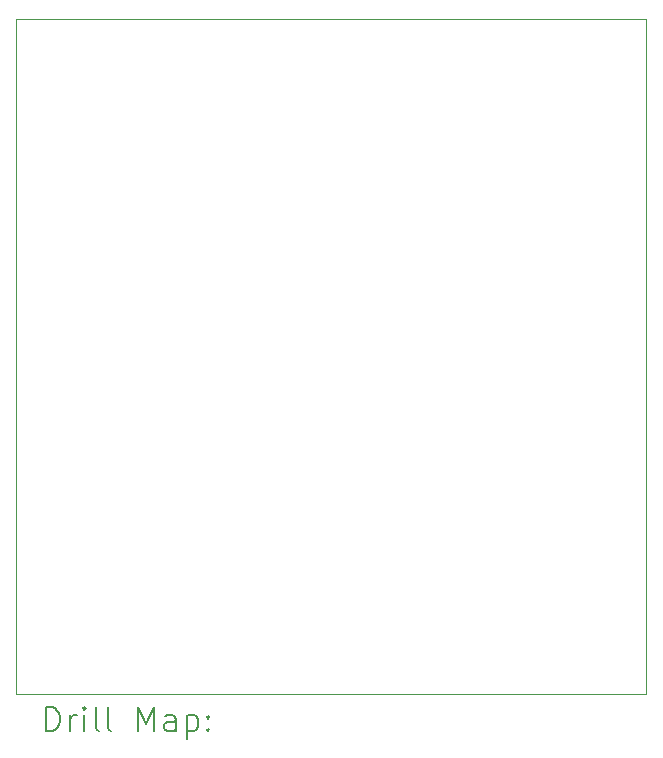
<source format=gbr>
%TF.GenerationSoftware,KiCad,Pcbnew,(6.0.9)*%
%TF.CreationDate,2023-01-22T20:12:44-05:00*%
%TF.ProjectId,Temps_South_DCT_HSK,54656d70-735f-4536-9f75-74685f444354,rev?*%
%TF.SameCoordinates,Original*%
%TF.FileFunction,Drillmap*%
%TF.FilePolarity,Positive*%
%FSLAX45Y45*%
G04 Gerber Fmt 4.5, Leading zero omitted, Abs format (unit mm)*
G04 Created by KiCad (PCBNEW (6.0.9)) date 2023-01-22 20:12:44*
%MOMM*%
%LPD*%
G01*
G04 APERTURE LIST*
%ADD10C,0.100000*%
%ADD11C,0.200000*%
G04 APERTURE END LIST*
D10*
X9144000Y-4699000D02*
X14478000Y-4699000D01*
X14478000Y-4699000D02*
X14478000Y-10414000D01*
X14478000Y-10414000D02*
X9144000Y-10414000D01*
X9144000Y-10414000D02*
X9144000Y-4699000D01*
D11*
X9396619Y-10729476D02*
X9396619Y-10529476D01*
X9444238Y-10529476D01*
X9472810Y-10539000D01*
X9491857Y-10558048D01*
X9501381Y-10577095D01*
X9510905Y-10615190D01*
X9510905Y-10643762D01*
X9501381Y-10681857D01*
X9491857Y-10700905D01*
X9472810Y-10719952D01*
X9444238Y-10729476D01*
X9396619Y-10729476D01*
X9596619Y-10729476D02*
X9596619Y-10596143D01*
X9596619Y-10634238D02*
X9606143Y-10615190D01*
X9615667Y-10605667D01*
X9634714Y-10596143D01*
X9653762Y-10596143D01*
X9720429Y-10729476D02*
X9720429Y-10596143D01*
X9720429Y-10529476D02*
X9710905Y-10539000D01*
X9720429Y-10548524D01*
X9729952Y-10539000D01*
X9720429Y-10529476D01*
X9720429Y-10548524D01*
X9844238Y-10729476D02*
X9825190Y-10719952D01*
X9815667Y-10700905D01*
X9815667Y-10529476D01*
X9949000Y-10729476D02*
X9929952Y-10719952D01*
X9920429Y-10700905D01*
X9920429Y-10529476D01*
X10177571Y-10729476D02*
X10177571Y-10529476D01*
X10244238Y-10672333D01*
X10310905Y-10529476D01*
X10310905Y-10729476D01*
X10491857Y-10729476D02*
X10491857Y-10624714D01*
X10482333Y-10605667D01*
X10463286Y-10596143D01*
X10425190Y-10596143D01*
X10406143Y-10605667D01*
X10491857Y-10719952D02*
X10472810Y-10729476D01*
X10425190Y-10729476D01*
X10406143Y-10719952D01*
X10396619Y-10700905D01*
X10396619Y-10681857D01*
X10406143Y-10662810D01*
X10425190Y-10653286D01*
X10472810Y-10653286D01*
X10491857Y-10643762D01*
X10587095Y-10596143D02*
X10587095Y-10796143D01*
X10587095Y-10605667D02*
X10606143Y-10596143D01*
X10644238Y-10596143D01*
X10663286Y-10605667D01*
X10672810Y-10615190D01*
X10682333Y-10634238D01*
X10682333Y-10691381D01*
X10672810Y-10710429D01*
X10663286Y-10719952D01*
X10644238Y-10729476D01*
X10606143Y-10729476D01*
X10587095Y-10719952D01*
X10768048Y-10710429D02*
X10777571Y-10719952D01*
X10768048Y-10729476D01*
X10758524Y-10719952D01*
X10768048Y-10710429D01*
X10768048Y-10729476D01*
X10768048Y-10605667D02*
X10777571Y-10615190D01*
X10768048Y-10624714D01*
X10758524Y-10615190D01*
X10768048Y-10605667D01*
X10768048Y-10624714D01*
M02*

</source>
